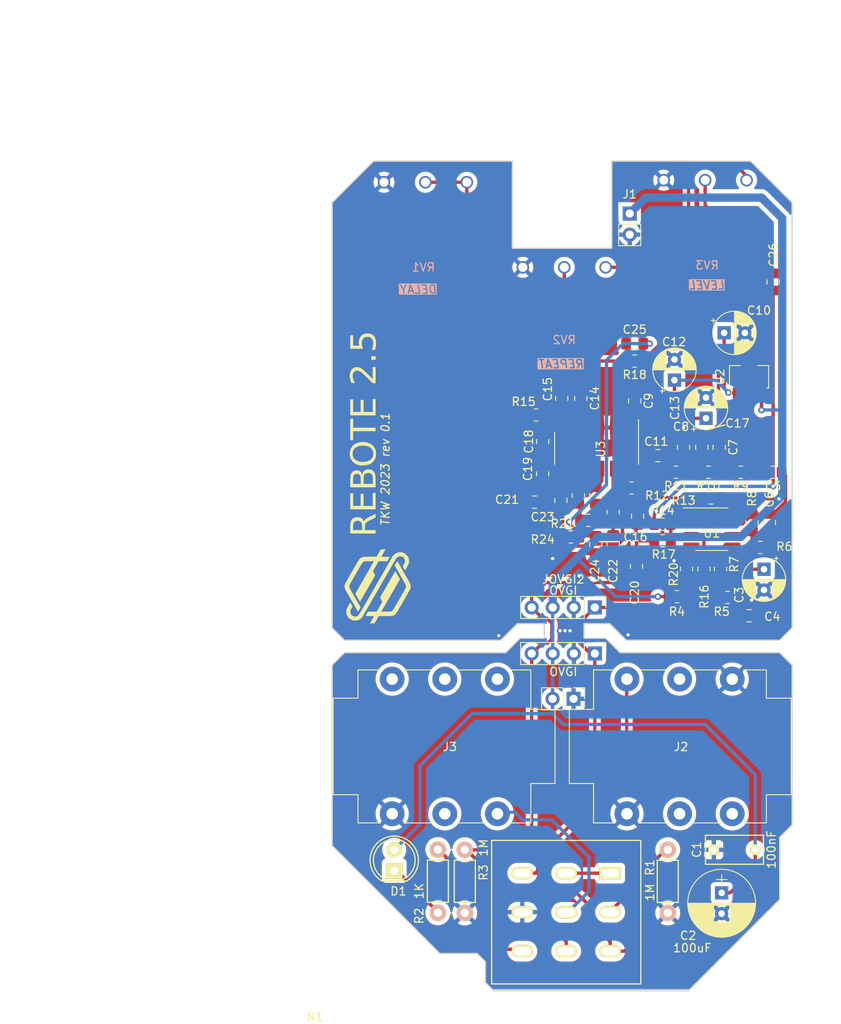
<source format=kicad_pcb>
(kicad_pcb (version 20221018) (generator pcbnew)
  (layers (0 "F.Cu" signal) (31 "B.Cu" signal) (34 "B.Paste" user) (35 "F.Paste" user) (36 "B.SilkS" user "B.Silkscreen") (37 "F.SilkS" user "F.Silkscreen") (38 "B.Mask" user) (39 "F.Mask" user) (44 "Edge.Cuts" user))
  (net 0 "")
  (net 1 "GND")
  (net 2 "+9V")
  (net 3 "Net-(D1-K)")
  (net 4 "O")
  (net 5 "I")
  (net 6 "Net-(SW1C-C)")
  (net 7 "Net-(SW1A-A)")
  (net 8 "VD")
  (net 9 "Net-(C4-Pad2)")
  (net 10 "AI")
  (net 11 "Net-(C5-Pad2)")
  (net 12 "Net-(U1B--)")
  (net 13 "Net-(C17-Pad1)")
  (net 14 "Net-(C8-Pad2)")
  (net 15 "+5V")
  (net 16 "LPF1-IN")
  (net 17 "LPF1-OUT")
  (net 18 "Net-(U3-REF)")
  (net 19 "Net-(U3-CC1)")
  (net 20 "Net-(U3-CC0)")
  (net 21 "Net-(U1A--)")
  (net 22 "Net-(C16-Pad2)")
  (net 23 "Net-(C17-Pad2)")
  (net 24 "Net-(U3-OP2-IN)")
  (net 25 "DELAY_OUT")
  (net 26 "Net-(U3-OP1-OUT)")
  (net 27 "Net-(U3-OP1-IN)")
  (net 28 "Net-(C21-Pad2)")
  (net 29 "Net-(C22-Pad2)")
  (net 30 "LPF2-IN")
  (net 31 "LPF2-OUT")
  (net 32 "Net-(C24-Pad2)")
  (net 33 "Net-(C25-Pad2)")
  (net 34 "Net-(C26-Pad1)")
  (net 35 "Net-(C26-Pad2)")
  (net 39 "Net-(SW1A-B)")
  (net 43 "Net-(SW1B-B)")
  (net 45 "Net-(U1B-+)")
  (net 46 "Net-(U3-VCO)")
  (net 47 "Net-(R15-Pad2)")
  (net 48 "Net-(U1A-+)")
  (net 49 "Net-(R18-Pad2)")
  (footprint "KiCad Lib:3PDT-Footswitch" (layer "F.Cu") (at 143.25 142.525 180)
    (fp_text reference "SW1" hide)
    (fp_text value "SW_3PDT" hide)
  )
  (footprint "Connector_Audio:Jack_6.35mm_Neutrik_NMJ6HCD2_Horizontal" (layer "F.Cu") (at 134.945 130.665 180)
    (fp_text reference "J3")
    (fp_text value "NMJ6HCD2")
  )
  (footprint "Connector_PinHeader_2.54mm:PinHeader_1x02_P2.54mm_Vertical" (layer "F.Cu") (at 150.91 58.325)
    (fp_text reference "J1")
    (fp_text value "V+ GND")
  )
  (footprint "Pin_Headers:Pin_Header_Straight_1x04_Pitch2.54mm" (layer "F.Cu") (at 146.7 111.35 -90)
    (fp_text reference "JOVGI1" hide)
    (fp_text value "OVGI")
  )
  (footprint "Pin_Headers:Pin_Header_Straight_1x04_Pitch2.54mm" (layer "F.Cu") (at 146.7 105.8 -90)
    (fp_text reference "JOVGI2")
    (fp_text value "OVGI")
  )
  (footprint "Capacitors_THT:CP_Radial_D8.0mm_P2.50mm" (layer "F.Cu") (at 162 140.2 -90)
    (fp_text reference "C2")
    (fp_text value "100uF")
  )
  (footprint "LEDs:LED-5MM" (layer "F.Cu") (at 122.5 137.54 90)
    (fp_text reference "D1")
    (fp_text value "LED" hide)
  )
  (footprint "Resistors_ThroughHole:Resistor_Horizontal_RM7mm" (layer "F.Cu") (at 155.5 135 -90)
    (fp_text reference "R1")
    (fp_text value "1M")
  )
  (footprint "Resistors_ThroughHole:Resistor_Horizontal_RM7mm" (layer "F.Cu") (at 127.76 142.6 90)
    (fp_text reference "R2")
    (fp_text value "1K")
  )
  (footprint "Resistors_ThroughHole:Resistor_Horizontal_RM7mm" (layer "F.Cu") (at 131.01 135 -90)
    (fp_text reference "R3")
    (fp_text value "1M")
  )
  (footprint "Capacitors_ThroughHole:C_Rect_L7_W3.5_P5" (layer "F.Cu") (at 161.05 135)
    (fp_text reference "C1")
    (fp_text value "100nF")
  )
  (footprint "Connector_PinHeader_2.54mm:PinHeader_1x02_P2.54mm_Vertical" (layer "F.Cu") (at 144.14 116.81 -90)
    (fp_text reference "J4" hide)
    (fp_text value "V+ GND")
  )
  (footprint "Connector_Audio:Jack_6.35mm_Neutrik_NMJ6HCD2_Horizontal" (layer "F.Cu") (at 150.575 114.435)
    (fp_text reference "J2")
    (fp_text value "NMJ6HCD2")
  )
  (footprint "Capacitor_SMD:C_0805_2012Metric_Pad1.18x1.45mm_HandSolder" (layer "F.Cu") (at 142.71 80.6 -90)
    (fp_text reference "C15")
    (fp_text value "100nF")
  )
  (footprint "Capacitor_SMD:C_0805_2012Metric_Pad1.18x1.45mm_HandSolder" (layer "F.Cu") (at 167.766 95.565 90)
    (fp_text reference "C6")
    (fp_text value "5pF")
  )
  (footprint "Resistor_SMD:R_0805_2012Metric_Pad1.20x1.40mm_HandSolder" (layer "F.Cu") (at 161.866 101.165 90)
    (fp_text reference "R7")
    (fp_text value "510K")
  )
  (footprint "Capacitor_SMD:C_0805_2012Metric_Pad1.18x1.45mm_HandSolder" (layer "F.Cu") (at 168.21 89.5 180)
    (fp_text reference "C5")
    (fp_text value "1uF")
  )
  (footprint "Capacitor_SMD:C_0805_2012Metric_Pad1.18x1.45mm_HandSolder" (layer "F.Cu") (at 151.731 100.83 -90)
    (fp_text reference "C20")
    (fp_text value "1uF")
  )
  (footprint "Resistor_SMD:R_0805_2012Metric_Pad1.20x1.40mm_HandSolder" (layer "F.Cu") (at 157.766 101.165 -90)
    (fp_text reference "R20")
    (fp_text value "100K")
  )
  (footprint "Resistor_SMD:R_0805_2012Metric_Pad1.20x1.40mm_HandSolder" (layer "F.Cu") (at 139.61 82.6 180)
    (fp_text reference "R15")
    (fp_text value "1k")
  )
  (footprint "Capacitor_THT:CP_Radial_D5.0mm_P2.50mm" (layer "F.Cu") (at 162.304888 72.7)
    (fp_text reference "C10")
    (fp_text value "47uF")
  )
  (footprint "Capacitor_SMD:C_0805_2012Metric_Pad1.18x1.45mm_HandSolder" (layer "F.Cu") (at 151.51 74 180)
    (fp_text reference "C25")
    (fp_text value "1uF")
  )
  (footprint "Package_TO_SOT_SMD:SOT-89-3" (layer "F.Cu") (at 165.31 78 90)
    (fp_text reference "U2")
    (fp_text value "L78L05_SOT89")
  )
  (footprint "Resistor_SMD:R_0805_2012Metric_Pad1.20x1.40mm_HandSolder" (layer "F.Cu") (at 166.666 98.565 180)
    (fp_text reference "R6")
    (fp_text value "510K")
  )
  (footprint "Capacitor_SMD:C_0805_2012Metric_Pad1.18x1.45mm_HandSolder" (layer "F.Cu") (at 151.51 80.9 -90)
    (fp_text reference "C9")
    (fp_text value "100nF")
  )
  (footprint "Resistor_SMD:R_0805_2012Metric_Pad1.20x1.40mm_HandSolder" (layer "F.Cu") (at 160.71 92.6 180)
    (fp_text reference "R13")
    (fp_text value "24K")
  )
  (footprint "Resistor_SMD:R_0805_2012Metric_Pad1.20x1.40mm_HandSolder" (layer "F.Cu") (at 145.91 95.3)
    (fp_text reference "R21")
    (fp_text value "12K")
  )
  (footprint "Capacitor_SMD:C_0805_2012Metric_Pad1.18x1.45mm_HandSolder" (layer "F.Cu") (at 146.81 98.2 90)
    (fp_text reference "C24")
    (fp_text value "100nF")
  )
  (footprint "Capacitor_SMD:C_0805_2012Metric_Pad1.18x1.45mm_HandSolder" (layer "F.Cu") (at 154.31 87.5 180)
    (fp_text reference "C11")
    (fp_text value "560pF")
  )
  (footprint "Resistor_SMD:R_0805_2012Metric_Pad1.20x1.40mm_HandSolder" (layer "F.Cu") (at 143.81 97.3)
    (fp_text reference "R24")
    (fp_text value "2k7")
  )
  (footprint "Pedal-Components:tkw" (layer "F.Cu") (at 120.51 103.3 90)
    (fp_text reference "G***" hide)
    (fp_text value "LOGO" hide)
  )
  (footprint "Capacitor_THT:CP_Radial_D5.0mm_P2.50mm" (layer "F.Cu") (at 160.11 83 90)
    (fp_text reference "C13")
    (fp_text value "47uF")
  )
  (footprint "Capacitor_SMD:C_0805_2012Metric_Pad1.18x1.45mm_HandSolder" (layer "F.Cu") (at 161.71 86.5 -90)
    (fp_text reference "C7")
    (fp_text value "27nF")
  )
  (footprint "Capacitor_SMD:C_0805_2012Metric_Pad1.18x1.45mm_HandSolder" (layer "F.Cu") (at 151.866 94.8025 -90)
    (fp_text reference "C16")
    (fp_text value "51pF")
  )
  (footprint "Resistor_SMD:R_0805_2012Metric_Pad1.20x1.40mm_HandSolder" (layer "F.Cu") (at 165.666 95.565 90)
    (fp_text reference "R8")
    (fp_text value "510K")
  )
  (footprint "Capacitor_SMD:C_0805_2012Metric_Pad1.18x1.45mm_HandSolder" (layer "F.Cu") (at 140.41 85.8 90)
    (fp_text reference "C18")
    (fp_text value "82nF")
  )
  (footprint "Capacitor_SMD:C_0805_2012Metric_Pad1.18x1.45mm_HandSolder" (layer "F.Cu") (at 148.91 98.1 90)
    (fp_text reference "C22")
    (fp_text value "10nF")
  )
  (footprint "Resistor_SMD:R_0805_2012Metric_Pad1.20x1.40mm_HandSolder" (layer "F.Cu") (at 159.866 101.165 90)
    (fp_text reference "R16")
    (fp_text value "1k")
  )
  (footprint "Capacitor_SMD:C_0805_2012Metric_Pad1.18x1.45mm_HandSolder" (layer "F.Cu") (at 140.41 89.7 -90)
    (fp_text reference "C19")
    (fp_text value "82nF")
  )
  (footprint "Resistor_SMD:R_0805_2012Metric_Pad1.20x1.40mm_HandSolder" (layer "F.Cu") (at 154.866 97.765 180)
    (fp_text reference "R17")
    (fp_text value "24K")
  )
  (footprint "Capacitor_SMD:C_0805_2012Metric_Pad1.18x1.45mm_HandSolder" (layer "F.Cu") (at 145.01 80.6 -90)
    (fp_text reference "C14")
    (fp_text value "100nF")
  )
  (footprint "Resistor_SMD:R_0805_2012Metric_Pad1.20x1.40mm_HandSolder" (layer "F.Cu") (at 151.51 76.1 180)
    (fp_text reference "R18")
    (fp_text value "15K")
  )
  (footprint "Resistor_SMD:R_0805_2012Metric_Pad1.20x1.40mm_HandSolder" (layer "F.Cu") (at 146.81 92.3 90)
    (fp_text reference "R22" hide)
    (fp_text value "12K")
  )
  (footprint "Capacitor_SMD:C_0805_2012Metric_Pad1.18x1.45mm_HandSolder" (layer "F.Cu") (at 157.41 86.5 -90)
    (fp_text reference "C8")
    (fp_text value "10nF")
  )
  (footprint "Capacitor_SMD:C_0805_2012Metric_Pad1.18x1.45mm_HandSolder" (layer "F.Cu") (at 165.31 106.8)
    (fp_text reference "C4")
    (fp_text value "8n2")
  )
  (footprint "Package_SO:SOIC-8_3.9x4.9mm_P1.27mm" (layer "F.Cu") (at 160.816 96.365)
    (fp_text reference "U1")
    (fp_text value "TL072")
  )
  (footprint "Capacitor_THT:CP_Radial_D5.0mm_P2.50mm" (layer "F.Cu") (at 167.11 101.194888 -90)
    (fp_text reference "C3")
    (fp_text value "47uF")
  )
  (footprint "Resistor_SMD:R_0805_2012Metric_Pad1.20x1.40mm_HandSolder" (layer "F.Cu") (at 156.61 104.5)
    (fp_text reference "R4")
    (fp_text value "12K")
  )
  (footprint "Capacitor_SMD:C_0805_2012Metric_Pad1.18x1.45mm_HandSolder" (layer "F.Cu") (at 159.61 86.5 90)
    (fp_text reference "C17")
    (fp_text value "100nF")
  )
  (footprint "Resistor_SMD:R_0805_2012Metric_Pad1.20x1.40mm_HandSolder" (layer "F.Cu") (at 156.51 89.5 180)
    (fp_text reference "R11")
    (fp_text value "12K")
  )
  (footprint "Resistor_SMD:R_0805_2012Metric_Pad1.20x1.40mm_HandSolder" (layer "F.Cu") (at 144.71 92.3 -90)
    (fp_text reference "R19" hide)
    (fp_text value "12K")
  )
  (footprint "Package_SO:SOIC-16_3.9x9.9mm_P1.27mm" (layer "F.Cu") (at 146.91 86.6 -90)
    (fp_text reference "U3")
    (fp_text value "PT2399")
  )
  (footprint "Pedal-Components:1590B" (layer "F.Cu") (at 112.94 154.659085)
    (fp_text reference "N1")
    (fp_text value "Housing")
  )
  (footprint "Capacitor_THT:CP_Radial_D5.0mm_P2.50mm" (layer "F.Cu") (at 156.31 78.4 90)
    (fp_text reference "C12")
    (fp_text value "47uF")
  )
  (footprint "Resistor_SMD:R_0805_2012Metric_Pad1.20x1.40mm_HandSolder" (layer "F.Cu") (at 160.41 89.5 180)
    (fp_text reference "R10")
    (fp_text value "12K")
  )
  (footprint "Resistor_SMD:R_0805_2012Metric_Pad1.20x1.40mm_HandSolder" (layer "F.Cu") (at 148.91 94.3 90)
    (fp_text reference "R23" hide)
    (fp_text value "24K")
  )
  (footprint "Resistor_SMD:R_0805_2012Metric_Pad1.20x1.40mm_HandSolder" (layer "F.Cu") (at 162.71 104.6)
    (fp_text reference "R5")
    (fp_text value "12K")
  )
  (footprint "Resistor_SMD:R_0805_2012Metric_Pad1.20x1.40mm_HandSolder" (layer "F.Cu") (at 154.866 95.765)
    (fp_text reference "R14")
    (fp_text value "33K")
  )
  (footprint "Capacitor_SMD:C_0805_2012Metric_Pad1.18x1.45mm_HandSolder" (layer "F.Cu") (at 142.61 92.9 -90)
    (fp_text reference "C23")
    (fp_text value "1nF")
  )
  (footprint "Capacitor_SMD:C_0805_2012Metric_Pad1.18x1.45mm_HandSolder" (layer "F.Cu") (at 168.21 66.5625 -90)
    (fp_text reference "C26")
    (fp_text value "1uF")
  )
  (footprint "Resistor_SMD:R_0805_2012Metric_Pad1.20x1.40mm_HandSolder" (layer "F.Cu") (at 151.11 91.4 180)
    (fp_text reference "R12")
    (fp_text value "47K")
  )
  (footprint "Capacitor_SMD:C_0805_2012Metric_Pad1.18x1.45mm_HandSolder" (layer "F.Cu") (at 139.41 93.1)
    (fp_text reference "C21")
    (fp_text value "10nF")
  )
  (footprint "Resistor_SMD:R_0805_2012Metric_Pad1.20x1.40mm_HandSolder" (layer "F.Cu") (at 164.31 89.5 180)
    (fp_text reference "R9")
    (fp_text value "12K")
  )
  (footprint "Pedal-Components:Potentiometer_ALPHA_RV16106N" (layer "B.Cu") (at 143.01 81.3)
    (fp_text reference "RV2")
    (fp_text value "25KB")
  )
  (footprint "Pedal-Components:Potentiometer_ALPHA_RV16106N" (layer "B.Cu") (at 126.26 71.05)
    (fp_text reference "RV1")
    (fp_text value "50KB")
  )
  (footprint "Pedal-Components:Potentiometer_ALPHA_RV16106N" (layer "B.Cu") (at 160.01 70.8)
    (fp_text reference "RV3")
    (fp_text value "100KB")
  )
  (gr_line (start 162.41 83.8) (end 160.11 84.37) (stroke (width 0.15)) (layer "F.SilkS"))
  (gr_line (start 137.7 109.5) (end 140.6 109.5) (stroke (width 0.15)) (layer "Edge.Cuts"))
  (gr_line (start 128 147.5) (end 127 146.5) (stroke (width 0.15)) (layer "Edge.Cuts"))
  (gr_line (start 115 134.5) (end 115 121) (stroke (width 0.15)) (layer "Edge.Cuts"))
  (gr_line (start 135.35 109.75) (end 116.5 109.75) (stroke (width 0.15)) (layer "Edge.Cuts"))
  (gr_line (start 145.4 109.5) (end 148 109.5) (stroke (width 0.15)) (layer "Edge.Cuts"))
  (gr_line (start 148.75 62.5) (end 148.75 52) (stroke (width 0.15)) (layer "Edge.Cuts"))
  (gr_line (start 127 146.5) (end 115 134.5) (stroke (width 0.15)) (layer "Edge.Cuts"))
  (gr_line (start 115 57) (end 115 108.25) (stroke (width 0.15)) (layer "Edge.Cuts"))
  (gr_line (start 169 141) (end 158 152) (stroke (width 0.15)) (layer "Edge.Cuts"))
  (gr_line (start 133.5 151) (end 133.5 148.5) (stroke (width 0.15)) (layer "Edge.Cuts"))
  (gr_line (start 149.75 111.25) (end 164.75 111.25) (stroke (width 0.15)) (layer "Edge.Cuts"))
  (gr_line (start 148.5 107.75) (end 150.5 109.75) (stroke (width 0.15)) (layer "Edge.Cuts"))
  (gr_line (start 165.5 52) (end 170.5 57) (stroke (width 0.15)) (layer "Edge.Cuts"))
  (gr_line (start 169 109.75) (end 170.5 108.25) (stroke (width 0.15)) (layer "Edge.Cuts"))
  (gr_line (start 169 133.5) (end 170.5 132) (stroke (width 0.15)) (layer "Edge.Cuts"))
  (gr_line (start 116.5 109.75) (end 115 108.25) (stroke (width 0.15)) (layer "Edge.Cuts"))
  (gr_line (start 140.6 107.75) (end 140.6 109.5) (stroke (width 0.15)) (layer "Edge.Cuts"))
  (gr_line (start 137.35 107.75) (end 135.35 109.75) (stroke (width 0.15)) (layer "Edge.Cuts"))
  (gr_line (start 115 57) (end 120 52) (stroke (width 0.15)) (layer "Edge.Cuts"))
  (gr_line (start 170.5 85) (end 170.5 57) (stroke (width 0.15)) (layer "Edge.Cuts"))
  (gr_line (start 136.75 62.5) (end 148.75 62.5) (stroke (width 0.15)) (layer "Edge.Cuts"))
  (gr_line (start 136.75 52) (end 120 52) (stroke (width 0.15)) (layer "Edge.Cuts"))
  (gr_line (start 170.5 112.75) (end 169 111.25) (stroke (width 0.15)) (layer "Edge.Cuts"))
  (gr_line (start 135.95 111.25) (end 117 111.25) (stroke (width 0.15)) (layer "Edge.Cuts"))
  (gr_line (start 134.5 152) (end 158 152) (stroke (width 0.15)) (layer "Edge.Cuts"))
  (gr_line (start 116.5 109.75) (end 116.5 109.75) (stroke (width 0.15)) (layer "Edge.Cuts"))
  (gr_line (start 137.7 109.5) (end 135.95 111.25) (stroke (width 0.15)) (layer "Edge.Cuts"))
  (gr_line (start 169 133.5) (end 169 141) (stroke (width 0.15)) (layer "Edge.Cuts"))
  (gr_line (start 170.5 108.25) (end 170.5 85) (stroke (width 0.15)) (layer "Edge.Cuts"))
  (gr_line (start 136.75 52) (end 136.75 62.5) (stroke (width 0.15)) (layer "Edge.Cuts"))
  (gr_line (start 134.5 152) (end 133.5 151) (stroke (width 0.15)) (layer "Edge.Cuts"))
  (gr_line (start 133.5 148.5) (end 132.5 147.5) (stroke (width 0.15)) (layer "Edge.Cuts"))
  (gr_line (start 145.4 107.75) (end 148.5 107.75) (stroke (width 0.15)) (layer "Edge.Cuts"))
  (gr_line (start 115 112.75) (end 115 121) (stroke (width 0.15)) (layer "Edge.Cuts"))
  (gr_line (start 148.75 52) (end 165.5 52) (stroke (width 0.15)) (layer "Edge.Cuts"))
  (gr_line (start 132.5 147.5) (end 128.5 147.5) (stroke (width 0.15)) (layer "Edge.Cuts"))
  (gr_line (start 145.4 107.75) (end 145.4 109.5) (stroke (width 0.15)) (layer "Edge.Cuts"))
  (gr_line (start 169 111.25) (end 164.75 111.25) (stroke (width 0.15)) (layer "Edge.Cuts"))
  (gr_line (start 116.5 111.25) (end 115 112.75) (stroke (width 0.15)) (layer "Edge.Cuts"))
  (gr_line (start 148 109.5) (end 149.75 111.25) (stroke (width 0.15)) (layer "Edge.Cuts"))
  (gr_line (start 170.5 132) (end 170.5 112.75) (stroke (width 0.15)) (layer "Edge.Cuts"))
  (gr_line (start 128.5 147.5) (end 128 147.5) (stroke (width 0.15)) (layer "Edge.Cuts"))
  (gr_line (start 137.35 107.75) (end 140.6 107.75) (stroke (width 0.15)) (layer "Edge.Cuts"))
  (gr_line (start 150.5 109.75) (end 169 109.75) (stroke (width 0.15)) (layer "Edge.Cuts"))
  (gr_line (start 117 111.25) (end 116.5 111.25) (stroke (width 0.15)) (layer "Edge.Cuts"))
  (gr_text "LEVEL" (at 162.51 67.55) (layer "B.SilkS" knockout) (effects (font (size 1 1) (thickness 0.15) italic) (justify left bottom mirror)))
  (gr_text "DELAY" (at 127.76 68.05) (layer "B.SilkS" knockout) (effects (font (size 1 1) (thickness 0.125) italic) (justify left bottom mirror)))
  (gr_text "REPEAT" (at 145.51 77.05) (layer "B.SilkS" knockout) (effects (font (size 1 1) (thickness 0.15) italic) (justify left bottom mirror)))
  (gr_text "REBOTE 2.5" (at 120.76 97.3 90) (layer "F.SilkS") (effects (font (size 3 3) (thickness 0.15) italic) (justify left bottom)))
  (gr_text "TKW 2023 rev 0.1" (at 122.01 96.05 90) (layer "F.SilkS") (effects (font (size 1 1) (thickness 0.15) italic) (justify left bottom)))
  (segment (start 158.341 99.59) (end 157.766 100.165) (width 0.4) (layer "F.Cu") (net 1))
  (segment (start 158.341 98.27) (end 158.341 99.59) (width 0.4) (layer "F.Cu") (net 1))
  (via (at 144.81 102) (size 0.8) (drill 0.4) (layers "F.Cu" "B.Cu") (net 1))
  (via (at 135.11 109.2) (size 0.8) (drill 0.4) (layers "F.Cu" "B.Cu") (net 1))
  (via (at 165.61 104.9) (size 0.8) (drill 0.4) (layers "F.Cu" "B.Cu") (net 1))
  (via (at 143.71 108.6) (size 0.8) (drill 0.4) (layers "F.Cu" "B.Cu") (net 1))
  (via (at 150.71 109.1) (size 0.8) (drill 0.4) (layers "F.Cu" "B.Cu") (net 1))
  (via (at 157.41 84.1) (size 0.8) (drill 0.4) (layers "F.Cu" "B.Cu") (net 1))
  (via (at 156.266 100.165) (size 0.8) (drill 0.4) (layers "F.Cu" "B.Cu") (net 1))
  (via (at 142.51 108.6) (size 0.8) (drill 0.4) (layers "F.Cu" "B.Cu") (net 1))
  (via (at 141.61 99.9) (size 0.8) (drill 0.4) (layers "F.Cu" "B.Cu") (net 1))
  (via (at 143.11 108.6) (size 0.8) (drill 0.4) (layers "F.Cu" "B.Cu") (net 1))
  (segment (start 166.81 79.95) (end 166.81 82) (width 0.4) (layer "F.Cu") (net 2))
  (segment (start 162 140.2) (end 163 140.2) (width 0.4) (layer "F.Cu") (net 2))
  (segment (start 163.291 93.919) (end 164.51 92.7) (width 0.4) (layer "F.Cu") (net 2))
  (segment (start 163.291 94.46) (end 163.291 93.919) (width 0.4) (layer "F.Cu") (net 2))
  (segment (start 163 140.2) (end 166.05 137.15) (width 0.4) (layer "F.Cu") (net 2))
  (segment (start 166.05 137.15) (end 166.05 135) (width 0.4) (layer "F.Cu") (net 2))
  (segment (start 155.61 104.5) (end 154.31 104.5) (width 0.4) (layer "F.Cu") (net 2))
  (segment (start 164.51 92.7) (end 168.91 92.7) (width 0.4) (layer "F.Cu") (net 2))
  (via (at 154.31 104.5) (size 0.8) (drill 0.4) (layers "F.Cu" "B.Cu") (net 2))
  (via (at 168.91 92.7) (size 0.8) (drill 0.4) (layers "F.Cu" "B.Cu") (net 2))
  (via (at 166.81 82) (size 0.8) (drill 0.4) (layers "F.Cu" "B.Cu") (net 2))
  (segment (start 154.31 104.5) (end 149.21 104.5) (width 0.4) (layer "B.Cu") (net 2))
  (segment (start 125.6 131.9) (end 122.5 135) (width 0.4) (layer "B.Cu") (net 2))
  (segment (start 144.56 99.85) (end 142.01 102.4) (width 1) (layer "B.Cu") (net 2))
  (segment (start 166.81 82) (end 169.31 82) (width 0.4) (layer "B.Cu") (net 2))
  (segment (start 141.6 118.6) (end 142.9 119.9) (width 0.4) (layer "B.Cu") (net 2))
  (segment (start 131.9 118.6) (end 125.6 124.9) (width 0.4) (layer "B.Cu") (net 2))
  (segment (start 141.62 111.35) (end 141.62 112.552081) (width 0.4) (layer "B.Cu") (net 2))
  (segment (start 164.31 97.3) (end 147.11 97.3) (width 1) (layer "B.Cu") (net 2))
  (segment (start 150.91 58.325) (end 152.835 56.4) (width 1) (layer "B.Cu") (net 2))
  (segment (start 141.6 112.572081) (end 141.6 118.1) (width 0.4) (layer "B.Cu") (net 2))
  (segment (start 160 119.9) (end 166.05 125.95) (width 0.4) (layer "B.Cu") (net 2))
  (segment (start 166.81 56.4) (end 169.31 58.9) (width 1) (layer "B.Cu") (net 2))
  (segment (start 141.6 118.1) (end 141.6 118.6) (width 0.4) (layer "B.Cu") (net 2))
  (segment (start 125.6 124.9) (end 125.6 131.9) (width 0.4) (layer "B.Cu") (net 2))
  (segment (start 141.62 111.35) (end 141.62 105.8) (width 0.4) (layer "B.Cu") (net 2))
  (segment (start 169.31 58.9) (end 169.31 82) (width 1) (layer "B.Cu") (net 2))
  (segment (start 147.11 97.3) (end 144.56 99.85) (width 1) (layer "B.Cu") (net 2))
  (segment (start 169.31 82) (end 169.31 92.3) (width 1) (layer "B.Cu") (net 2))
  (segment (start 141.6 116.81) (end 141.6 118.1) (width 0.4) (layer "B.Cu") (net 2))
  (segment (start 142.9 119.9) (end 160 119.9) (width 0.4) (layer "B.Cu") (net 2))
  (segment (start 141.62 112.552081) (end 141.6 112.572081) (width 0.4) (layer "B.Cu") (net 2))
  (segment (start 166.05 125.95) (end 166.05 135) (width 0.4) (layer "B.Cu") (net 2))
  (segment (start 142.01 102.4) (end 142.01 102.5) (width 1) (layer "B.Cu") (net 2))
  (segment (start 141.62 102.89) (end 141.62 105.8) (width 1) (layer "B.Cu") (net 2))
  (segment (start 149.21 104.5) (end 144.56 99.85) (width 0.4) (layer "B.Cu") (net 2))
  (segment (start 152.835 56.4) (end 166.81 56.4) (width 1) (layer "B.Cu") (net 2))
  (segment (start 142.01 102.5) (end 141.62 102.89) (width 1) (layer "B.Cu") (net 2))
  (segment (start 141.6 118.6) (end 131.9 118.6) (width 0.4) (layer "B.Cu") (net 2))
  (segment (start 169.31 92.3) (end 164.31 97.3) (width 1) (layer "B.Cu") (net 2))
  (segment (start 122.75 137.5) (end 127.75 142.5) (width 0.4) (layer "F.Cu") (net 3))
  (segment (start 122.5 137.5) (end 122.75 137.5) (width 0.4) (layer "F.Cu") (net 3))
  (segment (start 139.08 111.35) (end 139.08 132.92) (width 0.4) (layer "F.Cu") (net 4))
  (segment (start 141.51 107.7) (end 141.51 109.6) (width 0.4) (layer "F.Cu") (net 4))
  (segment (start 140.38 107.1) (end 140.91 107.1) (width 0.4) (layer "F.Cu") (net 4))
  (segment (start 131 135.02) (end 131.22 135.02) (width 0.4) (layer "F.Cu") (net 4))
  (segment (start 140.388909 110.1) (end 139.138909 111.35) (width 0.4) (layer "F.Cu") (net 4))
  (segment (start 150.7985 102.8) (end 140.76 102.8) (width 0.4) (layer "F.Cu") (net 4))
  (segment (start 140.6 143.425) (end 143.25 146.075) (width 0.4) (layer "F.Cu") (net 4))
  (segment (start 141.01 110.1) (end 140.388909 110.1) (width 0.4) (layer "F.Cu") (net 4))
  (segment (start 139.08 105.8) (end 140.38 107.1) (width 0.4) (layer "F.Cu") (net 4))
  (segment (start 152.0285 102.165) (end 151.731 101.8675) (width 0.4) (layer "F.Cu") (net 4))
  (segment (start 136.98 135.02) (end 131 135.02) (width 0.4) (layer "F.Cu") (net 4))
  (segment (start 139.08 132.92) (end 136.98 135.02) (width 0.4) (layer "F.Cu") (net 4))
  (segment (start 151.731 101.8675) (end 150.7985 102.8) (width 0.4) (layer "F.Cu") (net 4))
  (segment (start 139.138909 111.35) (end 139.08 111.35) (width 0.4) (layer "F.Cu") (net 4))
  (segment (start 131.22 135.02) (end 136.4 140.2) (width 0.4) (layer "F.Cu") (net 4))
  (segment (start 139.08 104.48) (end 139.08 105.8) (width 0.4) (layer "F.Cu") (net 4))
  (segment (start 140.91 107.1) (end 141.51 107.7) (width 0.4) (layer "F.Cu") (net 4))
  (segment (start 143.25 146.075) (end 143.25 147.225) (width 0.4) (layer "F.Cu") (net 4))
  (segment (start 157.766 102.165) (end 152.0285 102.165) (width 0.4) (layer "F.Cu") (net 4))
  (segment (start 140.6 141.6) (end 140.6 143.425) (width 0.4) (layer "F.Cu") (net 4))
  (segment (start 139.2 140.2) (end 140.6 141.6) (width 0.4) (layer "F.Cu") (net 4))
  (segment (start 136.4 140.2) (end 139.2 140.2) (width 0.4) (layer "F.Cu") (net 4))
  (segment (start 141.51 109.6) (end 141.01 110.1) (width 0.4) (layer "F.Cu") (net 4))
  (segment (start 140.76 102.8) (end 139.08 104.48) (width 0.4) (layer "F.Cu") (net 4))
  (segment (start 148.55 146.075) (end 145.9 143.425) (width 0.4) (layer "F.Cu") (net 5))
  (segment (start 151.925 145.575) (end 152.5 145) (width 0.4) (layer "F.Cu") (net 5))
  (segment (start 148.55 147.225) (end 148.55 146.075) (width 0.4) (layer "F.Cu") (net 5))
  (segment (start 152.5 145) (end 152.5 141.5) (width 0.4) (layer "F.Cu") (net 5))
  (segment (start 141.6 140.1) (end 140.5 139) (width 0.4) (layer "F.Cu") (net 5))
  (segment (start 146.16 111.35) (end 146.7 111.35) (width 0.4) (layer "F.Cu") (net 5))
  (segment (start 151.9 145.575) (end 151.925 145.575) (width 0.4) (layer "F.Cu") (net 5))
  (segment (start 146.7 111.35) (end 146.7 122.94) (width 0.4) (layer "F.Cu") (net 5))
  (segment (start 154 140) (end 154 136.25) (width 0.4) (layer "F.Cu") (net 5))
  (segment (start 139.825 137.825) (end 139.5 137.825) (width 0.4) (layer "F.Cu") (net 5))
  (segment (start 146.7 105.8) (end 163.2725 105.8) (width 0.4) (layer "F.Cu") (net 5))
  (segment (start 140.5 138.5) (end 139.825 137.825) (width 0.4) (layer "F.Cu") (net 5))
  (segment (start 163.2725 105.8) (end 164.2725 106.8) (width 0.4) (layer "F.Cu") (net 5))
  (segment (start 154 136.25) (end 155.5 134.75) (width 0.4) (layer "F.Cu") (net 5))
  (segment (start 146.7 122.94) (end 145 124.64) (width 0.4) (layer "F.Cu") (net 5))
  (segment (start 145 130.8) (end 139.8 136) (width 0.4) (layer "F.Cu") (net 5))
  (segment (start 144.61 107.89) (end 144.61 109.8) (width 0.4) (layer "F.Cu") (net 5))
  (segment (start 140.5 139) (end 140.5 138.5) (width 0.4) (layer "F.Cu") (net 5))
  (segment (start 145.9 141.6) (end 144.4 140.1) (width 0.4) (layer "F.Cu") (net 5))
  (segment (start 145 124.64) (end 145 130.8) (width 0.4) (layer "F.Cu") (net 5))
  (segment (start 139.8 137.525) (end 139.5 137.825) (width 0.4) (layer "F.Cu") (net 5))
  (segment (start 150.25 147.225) (end 151.9 145.575) (width 0.4) (layer "F.Cu") (net 5))
  (segment (start 137.95 137.825) (end 139.5 137.825) (width 0.4) (layer "F.Cu") (net 5))
  (segment (start 139.8 136) (end 139.8 137.525) (width 0.4) (layer "F.Cu") (net 5))
  (segment (start 148.55 147.225) (end 150.25 147.225) (width 0.4) (layer "F.Cu") (net 5))
  (segment (start 144.4 140.1) (end 141.6 140.1) (width 0.4) (layer "F.Cu") (net 5))
  (segment (start 146.7 105.8) (end 144.61 107.89) (width 0.4) (layer "F.Cu") (net 5))
  (segment (start 144.61 109.8) (end 146.16 111.35) (width 0.4) (layer "F.Cu") (net 5))
  (segment (start 145.9 143.425) (end 145.9 141.6) (width 0.4) (layer "F.Cu") (net 5))
  (segment (start 152.5 141.5) (end 154 140) (width 0.4) (layer "F.Cu") (net 5))
  (segment (start 133.2 139.9) (end 134.2 140.9) (width 0.4) (layer "F.Cu") (net 6))
  (segment (start 130.9 139.9) (end 133.2 139.9) (width 0.4) (layer "F.Cu") (net 6))
  (segment (start 137.725 147) (end 137.95 147.225) (width 0.4) (layer "F.Cu") (net 6))
  (segment (start 128.749489 137.749489) (end 130.9 139.9) (width 0.4) (layer "F.Cu") (net 6))
  (segment (start 128.749489 135.879489) (end 128.749489 137.749489) (width 0.4) (layer "F.Cu") (net 6))
  (segment (start 134.2 140.9) (end 134.2 145.1) (width 0.4) (layer "F.Cu") (net 6))
  (segment (start 127.75 135) (end 127.87 135) (width 0.4) (layer "F.Cu") (net 6))
  (segment (start 127.87 135) (end 128.749489 135.879489) (width 0.4) (layer "F.Cu") (net 6))
  (segment (start 134.2 145.1) (end 136.1 147) (width 0.4) (layer "F.Cu") (net 6))
  (segment (start 136.1 147) (end 137.725 147) (width 0.4) (layer "F.Cu") (net 6))
  (segment (start 143.25 137.825) (end 148.55 137.825) (width 0.4) (layer "F.Cu") (net 7))
  (segment (start 157.61 104.5) (end 159.41 104.5) (width 0.4) (layer "F.Cu") (net 8))
  (segment (start 161.866 102.165) (end 162.836112 101.194888) (width 0.4) (layer "F.Cu") (net 8))
  (segment (start 159.866 102.165) (end 159.866 104.044) (width 0.4) (layer "F.Cu") (net 8))
  (segment (start 161.866 102.165) (end 159.866 102.165) (width 0.4) (layer "F.Cu") (net 8))
  (segment (start 159.71 104.6) (end 159.61 104.5) (width 0.4) (layer "F.Cu") (net 8))
  (segment (start 161.71 104.6) (end 159.71 104.6) (width 0.4) (layer "F.Cu") (net 8))
  (segment (start 162.836112 101.194888) (end 167.11 101.194888) (width 0.4) (layer "F.Cu") (net 8))
  (segment (start 159.866 104.044) (end 159.41 104.5) (width 0.4) (layer "F.Cu") (net 8))
  (segment (start 168.01 106.8) (end 169.26 105.55) (width 0.4) (layer "F.Cu") (net 9))
  (segment (start 169.26 105.55) (end 169.26 100.159) (width 0.4) (layer "F.Cu") (net 9))
  (segment (start 169.26 100.159) (end 167.666 98.565) (width 0.4) (layer "F.Cu") (net 9))
  (segment (start 166.3475 106.8) (end 168.01 106.8) (width 0.4) (layer "F.Cu") (net 9))
  (segment (start 161.466 92.565) (end 161.466 95.365) (width 0.4) (layer "F.Cu") (net 10))
  (segment (start 167.7285 94.565) (end 167.766 94.5275) (width 0.4) (layer "F.Cu") (net 10))
  (segment (start 167.766 94.5275) (end 168.213871 94.5275) (width 0.4) (layer "F.Cu") (net 10))
  (segment (start 161.831 95.73) (end 163.291 95.73) (width 0.4) (layer "F.Cu") (net 10))
  (segment (start 169.71 89.9625) (end 169.2475 89.5) (width 0.4) (layer "F.Cu") (net 10))
  (segment (start 164.501 95.73) (end 165.666 94.565) (width 0.4) (layer "F.Cu") (net 10))
  (segment (start 163.291 95.73) (end 164.501 95.73) (width 0.4) (layer "F.Cu") (net 10))
  (segment (start 161.466 95.365) (end 161.831 95.73) (width 0.4) (layer "F.Cu") (net 10))
  (segment (start 169.71 93.031371) (end 169.71 89.9625) (width 0.4) (layer "F.Cu") (net 10))
  (segment (start 168.213871 94.5275) (end 169.71 93.031371) (width 0.4) (layer "F.Cu") (net 10))
  (segment (start 165.666 94.565) (end 167.7285 94.565) (width 0.4) (layer "F.Cu") (net 10))
  (segment (start 167.1725 89.5) (end 165.31 89.5) (width 0.4) (layer "F.Cu") (net 11))
  (segment (start 167.3685 97) (end 167.766 96.6025) (width 0.4) (layer "F.Cu") (net 12))
  (segment (start 163.291 97) (end 167.3685 97) (width 0.4) (layer "F.Cu") (net 12))
  (segment (start 165.666 98.565) (end 165.666 96.565) (width 0.4) (layer "F.Cu") (net 12))
  (segment (start 161.41 87.8375) (end 161.71 87.5375) (width 0.4) (layer "F.Cu") (net 13))
  (segment (start 161.41 89.5) (end 161.41 87.8375) (width 0.4) (layer "F.Cu") (net 13))
  (segment (start 159.61 87.5375) (end 161.71 87.5375) (width 0.4) (layer "F.Cu") (net 13))
  (segment (start 163.31 89.5) (end 161.41 89.5) (width 0.4) (layer "F.Cu") (net 13))
  (segment (start 157.41 89.4) (end 157.51 89.5) (width 0.4) (layer "F.Cu") (net 14))
  (segment (start 159.41 89.5) (end 157.51 89.5) (width 0.4) (layer "F.Cu") (net 14))
  (segment (start 155.61 91.4) (end 157.51 89.5) (width 0.4) (layer "F.Cu") (net 14))
  (segment (start 152.11 91.4) (end 155.61 91.4) (width 0.4) (layer "F.Cu") (net 14))
  (segment (start 157.41 87.5375) (end 157.41 89.4) (width 0.4) (layer "F.Cu") (net 14))
  (segment (start 162.304888 72.7) (end 162.304888 79.394888) (width 0.4) (layer "F.Cu") (net 15))
  (segment (start 151.51 83.97) (end 151.355 84.125) (width 0.4) (layer "F.Cu") (net 15))
  (segment (start 156.31 80.805113) (end 156.31 78.4) (width 0.4) (layer "F.Cu") (net 15))
  (segment (start 162.304888 79.394888) (end 162.81 79.9) (width 0.4) (layer "F.Cu") (net 15))
  (segment (start 151.51 81.9375) (end 151.51 83.97) (width 0.4) (layer "F.Cu") (net 15))
  (segment (start 151.51 81.9375) (end 155.177613 81.9375) (width 0.4) (layer "F.Cu") (net 15))
  (segment (start 162.86 79.95) (end 162.81 79.9) (width 0.4) (layer "F.Cu") (net 15))
  (segment (start 155.177613 81.9375) (end 156.31 80.805113) (width 0.4) (layer "F.Cu") (net 15))
  (segment (start 163.81 79.95) (end 162.86 79.95) (width 0.4) (layer "F.Cu") (net 15))
  (via (at 162.81 79.9) (size 0.8) (drill 0.4) (layers "F.Cu" "B.Cu") (net 15))
  (segment (start 161.31 78.4) (end 156.31 78.4) (width 0.4) (layer "B.Cu") (net 15))
  (segment (start 162.81 79.9) (end 161.31 78.4) (width 0.4) (layer "B.Cu") (net 15))
  (segment (start 155.51 89.5) (end 151.78 89.5) (width 0.4) (layer "F.Cu") (net 16))
  (segment (start 151.78 89.5) (end 151.355 89.075) (width 0.4) (layer "F.Cu") (net 16))
  (segment (start 155.51 87.6625) (end 155.3475 87.5) (width 0.4) (layer "F.Cu") (net 16))
  (segment (start 155.51 89.5) (end 155.51 87.6625) (width 0.4) (layer "F.Cu") (net 16))
  (segment (start 150.085 89.075) (end 150.085 91.375) (width 0.4) (layer "F.Cu") (net 17))
  (segment (start 150.085 91.375) (end 150.11 91.4) (width 0.4) (layer "F.Cu") (net 17))
  (segment (start 153.2725 87.5) (end 150.61 87.5) (width 0.4) (layer "F.Cu") (net 17))
  (segment (start 150.61 87.5) (end 150.085 88.025) (width 0.4) (layer "F.Cu") (net 17))
  (segment (start 150.085 88.025) (end 150.085 89.075) (width 0.4) (layer "F.Cu") (net 17))
  (segment (start 154.01 85.9) (end 151.11 85.9) (width 0.4) (layer "F.Cu") (net 18))
  (segment (start 160.11 83) (end 156.91 83) (width 0.4) (layer "F.Cu") (net 18))
  (segment (start 156.91 83) (end 154.01 85.9) (width 0.4) (layer "F.Cu") (net 18))
  (segment (start 150.085 84.875) (end 150.085 84.125) (width 0.4) (layer "F.Cu") (net 18))
  (segment (start 151.11 85.9) (end 150.085 84.875) (width 0.4) (layer "F.Cu") (net 18))
  (segment (start 143.735 82.9125) (end 145.01 81.6375) (width 0.4) (layer "F.Cu") (net 19))
  (segment (start 143.735 84.125) (end 143.735 82.9125) (width 0.4) (layer "F.Cu") (net 19))
  (segment (start 142.465 84.125) (end 142.465 81.8825) (width 0.4) (layer "F.Cu") (net 20))
  (segment (start 142.465 81.8825) (end 142.71 81.6375) (width 0.4) (layer "F.Cu") (net 20))
  (segment (start 159.466 92.565) (end 153.066 92.565) (width 0.4) (layer "F.Cu") (net 21))
  (segment (start 155.866 97.765) (end 155.866 95.765) (width 0.4) (layer "F.Cu") (net 21))
  (segment (start 160.266 93.365) (end 159.466 92.565) (width 0.4) (layer "F.Cu") (net 21))
  (segment (start 159.401 95.73) (end 160.266 94.865) (width 0.4) (layer "F.Cu") (net 21))
  (segment (start 155.901 95.73) (end 155.866 95.765) (width 0.4) (layer "F.Cu") (net 21))
  (segment (start 158.341 95.73) (end 159.401 95.73) (width 0.4) (layer "F.Cu") (net 21))
  (segment (start 158.341 95.73) (end 155.901 95.73) (width 0.4) (layer "F.Cu") (net 21))
  (segment (start 160.266 94.865) (end 160.266 93.365) (width 0.4) (layer "F.Cu") (net 21))
  (segment (start 153.066 92.565) (end 151.866 93.765) (width 0.4) (layer "F.Cu") (net 21))
  (segment (start 154.866 96.765) (end 153.866 97.765) (width 0.4) (layer "F.Cu") (net 22))
  (segment (start 151.731 97.83) (end 151.666 97.765) (width 0.4) (layer "F.Cu") (net 22))
  (segment (start 151.731 99.7925) (end 151.731 97.83) (width 0.4) (layer "F.Cu") (net 22))
  (segment (start 151.666 96.04) (end 151.666 97.765) (width 0.4) (layer "F.Cu") (net 22))
  (segment (start 154.866 95.045761) (end 154.866 96.765) (width 0.4) (layer "F.Cu") (net 22))
  (segment (start 155.451761 94.46) (end 154.866 95.045761) (width 0.4) (layer "F.Cu") (net 22))
  (segment (start 158.341 94.46) (end 155.451761 94.46) (width 0.4) (layer "F.Cu") (net 22))
  (segment (start 153.866 97.765) (end 151.666 97.765) (width 0.4) (layer "F.Cu") (net 22))
  (segment (start 151.866 95.84) (end 151.666 96.04) (width 0.4) (layer "F.Cu") (net 22))
  (segment (start 159.9475 85.4625) (end 161.61 83.8) (width 0.4) (layer "F.Cu") (net 23))
  (segment (start 161.61 76.4) (end 159.21 74) (width 0.4) (layer "F.Cu") (net 23))
  (segment (start 159.61 85.4625) (end 159.9475 85.4625) (width 0.4) (layer "F.Cu") (net 23))
  (segment (start 154.61 74) (end 152.51 76.1) (width 0.4) (layer "F.Cu") (net 23))
  (segment (start 159.21 74) (end 154.61 74) (width 0.4) (layer "F.Cu") (net 23))
  (segment (start 161.61 83.8) (end 161.61 76.4) (width 0.4) (layer "F.Cu") (net 23))
  (segment (start 144.2475 86.8375) (end 145.005 87.595) (width 0.4) (layer "F.Cu") (net 24))
  (segment (start 145.005 87.595) (end 145.005 89.075) (width 0.4) (layer "F.Cu") (net 24))
  (segment (start 140.41 86.8375) (end 144.2475 86.8375) (width 0.4) (layer "F.Cu") (net 24))
  (segment (start 141.5475 86.2375) (end 144.9475 86.2375) (width 0.4) (layer "F.Cu") (net 25))
  (segment (start 144.9475 86.2375) (end 146.275 87.565) (width 0.4) (layer "F.Cu") (net 25))
  (segment (start 146.275 89.735) (end 146.275 89.075) (width 0.4) (layer "F.Cu") (net 25))
  (segment (start 146.275 87.565) (end 146.275 89.075) (width 0.4) (layer "F.Cu") (net 25))
  (segment (start 140.41 85.1) (end 141.5475 86.2375) (width 0.4) (layer "F.Cu") (net 25))
  (segment (start 140.41 84.7625) (end 140.41 85.1) (width 0.4) (layer "F.Cu") (net 25))
  (segment (start 144.71 91.3) (end 146.275 89.735) (width 0.4) (layer "F.Cu") (net 25))
  (segment (start 140.8225 89.075) (end 140.41 88.6625) (width 0.4) (layer "F.Cu") (net 26))
  (segment (start 142.465 89.075) (end 140.8225 89.075) (width 0.4) (layer "F.Cu") (net 26))
  (segment (start 143.735 90.175) (end 143.1725 90.7375) (width 0.4) (layer "F.Cu") (net 27))
  (segment (start 143.735 89.075) (end 143.735 90.175) (width 0.4) (layer "F.Cu") (net 27))
  (segment (start 143.1725 90.7375) (end 140.41 90.7375) (width 0.4) (layer "F.Cu") (net 27))
  (segment (start 144.36 92.95) (end 140.5975 92.95) (width 0.4) (layer "F.Cu") (net 28))
  (segment (start 144.71 93.3) (end 144.36 92.95) (width 0.4) (layer "F.Cu") (net 28))
  (segment (start 140.5975 92.95) (end 140.4475 93.1) (width 0.4) (layer "F.Cu") (net 28))
  (segment (start 144.91 95.3) (end 144.91 93.5) (width 0.4) (layer "F.Cu") (net 28))
  (segment (start 144.91 93.5) (end 144.71 93.3) (width 0.4) (layer "F.Cu") (net 28))
  (segment (start 146.81 95.2) (end 146.91 95.3) (width 0.4) (layer "F.Cu") (net 29))
  (segment (start 148.91 95.3) (end 148.91 97.0625) (width 0.4) (layer "F.Cu") (net 29))
  (segment (start 148.91 95.3) (end 146.91 95.3) (width 0.4) (layer "F.Cu") (net 29))
  (segment (start 146.81 93.3) (end 146.81 95.2) (width 0.4) (layer "F.Cu") (net 29))
  (segment (start 143.0475 92.3) (end 145.81 92.3) (width 0.4) (layer "F.Cu") (net 30))
  (segment (start 142.61 91.8625) (end 143.0475 92.3) (width 0.4) (layer "F.Cu") (net 30))
  (segment (start 147.545 90.565) (end 146.81 91.3) (width 0.4) (layer "F.Cu") (net 30))
  (segment (start 145.81 92.3) (end 146.81 91.3) (width 0.4) (layer "F.Cu") (net 30))
  (segment (start 147.545 89.075) (end 147.545 90.565) (width 0.4) (layer "F.Cu") (net 30))
  (segment (start 148.91 93.3) (end 150.035 94.425) (width 0.4) (layer "F.Cu") (net 31))
  (segment (start 150.035 94.425) (end 150.035 97.669239) (width 0.4) (layer "F.Cu") (net 31))
  (segment (start 145.429239 98.4) (end 143.91 98.4) (width 0.4) (layer "F.Cu") (net 31))
  (segment (start 150.035 97.669239) (end 149.554239 98.15) (width 0.4) (layer "F.Cu") (net 31))
  (segment (start 145.679239 98.15) (end 145.429239 98.4) (width 0.4) (layer "F.Cu") (net 31))
  (segment (start 143.91 98.4) (end 142.81 97.3) (width 0.4) (layer "F.Cu") (net 31))
  (segment (start 148.91 89.17) (end 148.815 89.075) (width 0.4) (layer "F.Cu") (net 31))
  (segment (start 149.554239 98.15) (end 145.679239 98.15) (width 0.4) (layer "F.Cu") (net 31))
  (segment (start 142.81 97.3) (end 142.81 94.1375) (width 0.4) (layer "F.Cu") (net 31))
  (segment (start 142.81 94.1375) (end 142.61 93.9375) (width 0.4) (layer "F.Cu") (net 31))
  (segment (start 148.91 93.3) (end 148.91 89.17) (width 0.4) (layer "F.Cu") (net 31))
  (segment (start 144.9475 97.1625) (end 144.81 97.3) (width 0.4) (layer "F.Cu") (net 32))
  (segment (start 143.61 95.719239) (end 143.61 95.5) (width 0.4) (layer "F.Cu") (net 32))
  (segment (start 144.81 97.3) (end 144.81 96.919239) (width 0.4) (layer "F.Cu") (net 32))
  (segment (start 144.81 96.919239) (end 143.61 95.719239) (width 0.4) (layer "F.Cu") (net 32))
  (segment (start 146.81 97.1625) (end 144.9475 97.1625) (width 0.4) (layer "F.Cu") (net 32))
  (via (at 153.31 74) (size 0.8) (drill 0.4) (layers "F.Cu" "B.Cu") (net 32))
  (via (at 143.61 95.5) (size 0.8) (drill 0.4) (layers "F.Cu" "B.Cu") (net 32))
  (segment (start 148.11 76) (end 150.11 74) (width 0.4) (layer "B.Cu") (net 32))
  (segment (start 148.11 91) (end 148.11 76) (width 0.4) (layer "B.Cu") (net 32))
  (segment (start 143.61 95.5) (end 148.11 91) (width 0.4) (layer "B.Cu") (net 32))
  (segment (start 150.11 74) (end 153.31 74) (width 0.4) (layer "B.Cu") (net 32))
  (segment (start 165.01 53.8) (end 165.01 54.3) (width 0.4) (layer "F.Cu") (net 33))
  (segment (start 150.4725 65.3375) (end 151.01 64.8) (width 0.4) (layer "F.Cu") (net 33))
  (segment (start 151.01 64.8) (end 156.26 64.8) (width 0.4) (layer "F.Cu") (net 33))
  (segment (start 158.01 53.55) (end 159.01 52.55) (width 0.4) (layer "F.Cu") (net 33))
  (segment (start 159.01 52.55) (end 163.76 52.55) (width 0.4) (layer "F.Cu") (net 33))
  (segment (start 150.4725 74) (end 150.4725 65.3375) (width 0.4) (layer "F.Cu") (net 33))
  (segment (start 163.76 52.55) (end 165.01 53.8) (width 0.4) (layer "F.Cu") (net 33))
  (segment (start 156.26 64.8) (end 158.01 63.05) (width 0.4) (layer "F.Cu") (net 33))
  (segment (start 158.01 63.05) (end 158.01 53.55) (width 0.4) (layer "F.Cu") (net 33))
  (segment (start 148.01 64.8) (end 151.01 64.8) (width 0.4) (layer "F.Cu") (net 33))
  (segment (start 160.01 57.325) (end 168.21 65.525) (width 0.4) (layer "F.Cu") (net 34))
  (segment (start 160.01 54.3) (end 160.01 57.325) (width 0.4) (layer "F.Cu") (net 34))
  (segment (start 168.21 67.6) (end 168.21 91.2) (width 0.4) (layer "F.Cu") (net 35))
  (segment (start 153.866 94.444) (end 154.11 94.2) (width 0.4) (layer "F.Cu") (net 35))
  (segment (start 153.866 95.765) (end 153.866 94.444) (width 0.4) (layer "F.Cu") (net 35))
  (via (at 168.21 91.2) (size 0.8) (drill 0.4) (layers "F.Cu" "B.Cu") (net 35))
  (via (at 154.11 94.2) (size 0.8) (drill 0.4) (layers "F.Cu" "B.Cu") (net 35))
  (segment (start 168.21 91.2) (end 157.11 91.2) (width 0.4) (layer "B.Cu") (net 35))
  (segment (start 157.11 91.2) (end 154.11 94.2) (width 0.4) (layer "B.Cu") (net 35))
  (segment (start 150.55 125.42) (end 150.55 114.53) (width 0.4) (layer "F.Cu") (net 39))
  (segment (start 151.5 139.5) (end 151.5 135.82) (width 0.4) (layer "F.Cu") (net 39))
  (segment (start 148.66 134.01) (end 147.48 132.83) (width 0.4) (layer "F.Cu") (net 39))
  (segment (start 148.55 142.45) (end 151.5 139.5) (width 0.4) (layer "F.Cu") (net 39))
  (segment (start 148.55 142.525) (end 148.55 142.45) (width 0.4) (layer "F.Cu") (net 39))
  (segment (start 149.69 134.01) (end 148.66 134.01) (width 0.4) (layer "F.Cu") (net 39))
  (segment (start 147.48 132.83) (end 147.48 128.49) (width 0.4) (layer "F.Cu") (net 39))
  (segment (start 147.48 128.49) (end 150.55 125.42) (width 0.4) (layer "F.Cu") (net 39))
  (segment (start 151.5 135.82) (end 149.69 134.01) (width 0.4) (layer "F.Cu") (net 39))
  (segment (start 143.45 142.55) (end 143.25 142.55) (width 0.4) (layer "B.Cu") (net 43))
  (segment (start 146 140) (end 143.45 142.55) (width 0.4) (layer "B.Cu") (net 43))
  (segment (start 141.5 131.4) (end 146 135.9) (width 0.4) (layer "B.Cu") (net 43))
  (segment (start 146 135.9) (end 146 140) (width 0.4) (layer "B.Cu") (net 43))
  (segment (start 137.99132 131.4) (end 141.5 131.4) (width 0.4) (layer "B.Cu") (net 43))
  (segment (start 134.95 130.48) (end 137.07132 130.48) (width 0.4) (layer "B.Cu") (net 43))
  (segment (start 137.07132 130.48) (end 137.99132 131.4) (width 0.4) (layer "B.Cu") (net 43))
  (segment (start 162.066 98.665) (end 162.066 99.965) (width 0.4) (layer "F.Cu") (net 45))
  (segment (start 162.066 99.965) (end 161.866 100.165) (width 0.4) (layer "F.Cu") (net 45))
  (segment (start 163.291 98.27) (end 162.461 98.27) (width 0.4) (layer "F.Cu") (net 45))
  (segment (start 162.461 98.27) (end 162.066 98.665) (width 0.4) (layer "F.Cu") (net 45))
  (segment (start 144.5725 85.6375) (end 145.005 85.205) (width 0.4) (layer "F.Cu") (net 46))
  (segment (start 141.8475 85.6375) (end 144.5725 85.6375) (width 0.4) (layer "F.Cu") (net 46))
  (segment (start 141.71 85.5) (end 141.8475 85.6375) (width 0.4) (layer "F.Cu") (net 46))
  (segment (start 140.61 82.6) (end 141.71 83.7) (width 0.4) (layer "F.Cu") (net 46))
  (segment (start 145.005 85.205) (end 145.005 84.125) (width 0.4) (layer "F.Cu") (net 46))
  (segment (start 141.71 83.7) (end 141.71 85.5) (width 0.4) (layer "F.Cu") (net 46))
  (segment (start 138.61 82.6) (end 131.26 75.25) (width 0.4) (layer "F.Cu") (net 47))
  (segment (start 131.26 54.55) (end 126.26 54.55) (width 0.4) (layer "F.Cu") (net 47))
  (segment (start 131.26 75.25) (end 131.26 54.55) (width 0.4) (layer "F.Cu") (net 47))
  (segment (start 158.341 97) (end 159.201 97) (width 0.4) (layer "F.Cu") (net 48))
  (segment (start 159.201 97) (end 159.866 97.665) (width 0.4) (layer "F.Cu") (net 48))
  (segment (start 159.866 97.665) (end 159.866 100.165) (width 0.4) (layer "F.Cu") (net 48))
  (segment (start 146.81 76.1) (end 143.01 72.3) (width 0.4) (layer "F.Cu") (net 49))
  (segment (start 143.01 72.3) (end 143.01 64.8) (width 0.4) (layer "F.Cu") (net 49))
  (segment (start 150.51 76.1) (end 146.81 76.1) (width 0.4) (layer "F.Cu") (net 49))
  (zone (net 1) (net_name "GND") (layer "F.Cu") (connect_pads (clearance 0.508)) (min_thickness 0.254) (fill yes (thermal_gap 0.508) (thermal_bridge_width 0.508))
    (polygon (pts (xy 114.25 152.5) (xy 171.25 152.5) (xy 171.25 44.5) (xy 114.25 44.5)))
  )
  (zone (net 1) (net_name "GND") (layer "B.Cu") (connect_pads (clearance 0.508)) (min_thickness 0.254) (fill yes (thermal_gap 0.508) (thermal_bridge_width 0.508))
    (polygon (pts (xy 114.25 152.5) (xy 171.25 152.5) (xy 171.25 44.5) (xy 114.25 44.5)))
  )
)
</source>
